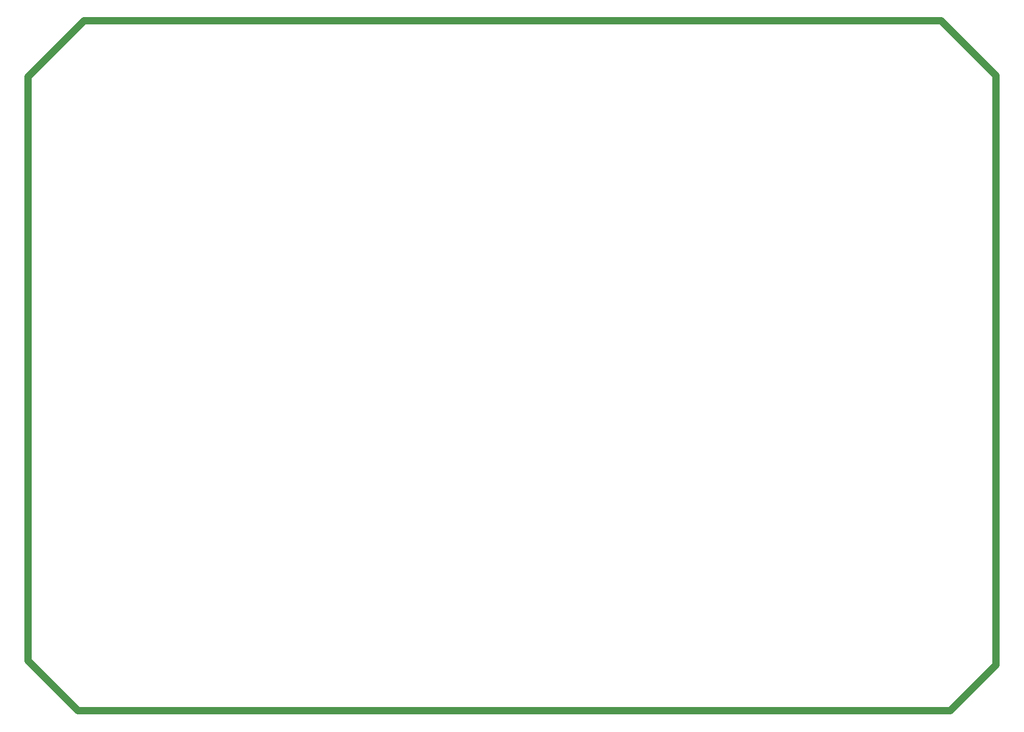
<source format=gko>
%FSAX44Y44*%
%MOMM*%
G71*
G01*
G75*
G04 Layer_Color=16711935*
%ADD10O,1.9500X0.6000*%
%ADD11R,1.5000X1.0000*%
%ADD12R,1.0000X1.5000*%
%ADD13R,0.8000X1.2000*%
%ADD14R,1.2000X0.6000*%
%ADD15R,2.2000X1.2000*%
%ADD16R,3.0500X1.1000*%
%ADD17R,6.5000X5.5500*%
%ADD18R,1.1000X3.0500*%
%ADD19R,5.5500X6.5000*%
%ADD20R,1.1000X1.3500*%
%ADD21R,1.3500X1.1000*%
%ADD22R,1.2500X1.4500*%
%ADD23R,1.4500X1.2500*%
%ADD24R,1.5000X1.2000*%
%ADD25R,1.5000X1.0000*%
%ADD26C,1.0000*%
%ADD27C,0.6000*%
%ADD28C,1.5000*%
%ADD29C,0.8000*%
%ADD30C,0.4000*%
%ADD31C,0.3000*%
%ADD32C,0.2000*%
%ADD33R,1.5000X1.5000*%
%ADD34C,1.5000*%
%ADD35R,1.5000X1.5000*%
%ADD36R,1.5240X1.5240*%
%ADD37C,1.5240*%
%ADD38C,4.7600*%
%ADD39R,1.6900X1.6900*%
%ADD40C,1.6900*%
%ADD41O,2.5000X1.5000*%
%ADD42C,0.7000*%
%ADD43C,1.2700*%
%ADD44R,5.3000X2.8000*%
%ADD45R,6.0000X2.1000*%
%ADD46R,3.9500X2.0500*%
%ADD47R,9.4000X6.8000*%
%ADD48R,2.4500X2.5500*%
%ADD49R,8.0000X10.0000*%
%ADD50C,0.5000*%
%ADD51C,0.2500*%
%ADD52C,0.2540*%
%ADD53C,0.0254*%
%ADD54C,0.1000*%
%ADD55C,0.1540*%
%ADD56C,0.1500*%
%ADD57O,2.1500X0.8000*%
%ADD58R,1.7000X1.2000*%
%ADD59R,1.2000X1.7000*%
%ADD60R,1.0000X1.4000*%
%ADD61R,1.4000X0.8000*%
%ADD62R,2.4000X1.4000*%
%ADD63R,3.2500X1.3000*%
%ADD64R,6.7000X5.7500*%
%ADD65R,1.3000X3.2500*%
%ADD66R,5.7500X6.7000*%
%ADD67R,1.3000X1.5500*%
%ADD68R,1.5500X1.3000*%
%ADD69R,1.4500X1.6500*%
%ADD70R,1.6500X1.4500*%
%ADD71R,1.7000X1.4000*%
%ADD72R,1.7000X1.2000*%
%ADD73R,1.7000X1.7000*%
%ADD74C,1.7000*%
%ADD75R,1.7000X1.7000*%
%ADD76R,1.6256X1.6256*%
%ADD77C,1.6256*%
%ADD78C,4.9600*%
%ADD79R,1.8900X1.8900*%
%ADD80C,1.8900*%
%ADD81O,2.7000X1.7000*%
%ADD82C,0.9000*%
%ADD83C,1.4700*%
%ADD84R,5.5000X3.0000*%
%ADD85R,6.2000X2.3000*%
%ADD86R,4.1500X2.2500*%
%ADD87R,9.6000X7.0000*%
%ADD88R,2.6500X2.7500*%
%ADD89R,8.2000X10.2000*%
%ADD90R,1.3080X1.0160*%
%ADD91R,1.3330X1.0160*%
%ADD92R,4.6000X1.0222*%
D26*
X01274750Y01020500D02*
X01350750Y00944500D01*
X00084250Y01020500D02*
X01274750D01*
X01350750Y00125250D02*
Y00944500D01*
X00006000Y00942250D02*
X00084250Y01020500D01*
X00006000Y00789510D02*
Y00942250D01*
Y00131000D02*
Y00789510D01*
Y00131000D02*
X00075450Y00061550D01*
X01287050D01*
X01350750Y00125250D01*
M02*

</source>
